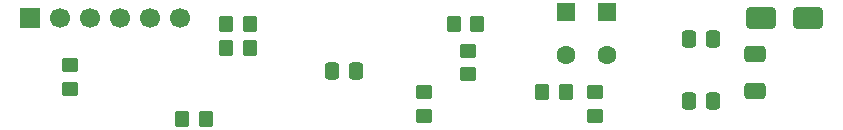
<source format=gbr>
%TF.GenerationSoftware,KiCad,Pcbnew,9.0.3*%
%TF.CreationDate,2025-12-06T16:05:57+01:00*%
%TF.ProjectId,arduinoController,61726475-696e-46f4-936f-6e74726f6c6c,rev?*%
%TF.SameCoordinates,Original*%
%TF.FileFunction,Soldermask,Bot*%
%TF.FilePolarity,Negative*%
%FSLAX46Y46*%
G04 Gerber Fmt 4.6, Leading zero omitted, Abs format (unit mm)*
G04 Created by KiCad (PCBNEW 9.0.3) date 2025-12-06 16:05:57*
%MOMM*%
%LPD*%
G01*
G04 APERTURE LIST*
G04 Aperture macros list*
%AMRoundRect*
0 Rectangle with rounded corners*
0 $1 Rounding radius*
0 $2 $3 $4 $5 $6 $7 $8 $9 X,Y pos of 4 corners*
0 Add a 4 corners polygon primitive as box body*
4,1,4,$2,$3,$4,$5,$6,$7,$8,$9,$2,$3,0*
0 Add four circle primitives for the rounded corners*
1,1,$1+$1,$2,$3*
1,1,$1+$1,$4,$5*
1,1,$1+$1,$6,$7*
1,1,$1+$1,$8,$9*
0 Add four rect primitives between the rounded corners*
20,1,$1+$1,$2,$3,$4,$5,0*
20,1,$1+$1,$4,$5,$6,$7,0*
20,1,$1+$1,$6,$7,$8,$9,0*
20,1,$1+$1,$8,$9,$2,$3,0*%
G04 Aperture macros list end*
%ADD10C,1.600000*%
%ADD11RoundRect,0.250000X-0.550000X0.550000X-0.550000X-0.550000X0.550000X-0.550000X0.550000X0.550000X0*%
%ADD12RoundRect,0.250000X-0.450000X0.350000X-0.450000X-0.350000X0.450000X-0.350000X0.450000X0.350000X0*%
%ADD13RoundRect,0.250000X-0.350000X-0.450000X0.350000X-0.450000X0.350000X0.450000X-0.350000X0.450000X0*%
%ADD14R,1.700000X1.700000*%
%ADD15C,1.700000*%
%ADD16RoundRect,0.250000X-1.000000X-0.650000X1.000000X-0.650000X1.000000X0.650000X-1.000000X0.650000X0*%
%ADD17RoundRect,0.250000X0.337500X0.475000X-0.337500X0.475000X-0.337500X-0.475000X0.337500X-0.475000X0*%
%ADD18RoundRect,0.250000X-0.337500X-0.475000X0.337500X-0.475000X0.337500X0.475000X-0.337500X0.475000X0*%
%ADD19RoundRect,0.250000X0.450000X-0.350000X0.450000X0.350000X-0.450000X0.350000X-0.450000X-0.350000X0*%
%ADD20RoundRect,0.250000X-0.650000X0.412500X-0.650000X-0.412500X0.650000X-0.412500X0.650000X0.412500X0*%
G04 APERTURE END LIST*
D10*
%TO.C,J5*%
X190750000Y-84850000D03*
D11*
X190750000Y-81250000D03*
%TD*%
D10*
%TO.C,J6*%
X187250000Y-84850000D03*
D11*
X187250000Y-81250000D03*
%TD*%
D12*
%TO.C,R6*%
X189750000Y-90000000D03*
X189750000Y-88000000D03*
%TD*%
D13*
%TO.C,R4*%
X187250000Y-88000000D03*
X185250000Y-88000000D03*
%TD*%
D14*
%TO.C,J7*%
X141900000Y-81750000D03*
D15*
X144440000Y-81750000D03*
X146980000Y-81750000D03*
X149520000Y-81750000D03*
X152060000Y-81750000D03*
X154600000Y-81750000D03*
%TD*%
D13*
%TO.C,R5*%
X177750000Y-82250000D03*
X179750000Y-82250000D03*
%TD*%
%TO.C,R1*%
X158500000Y-82250000D03*
X160500000Y-82250000D03*
%TD*%
D16*
%TO.C,D5*%
X203750000Y-81750000D03*
X207750000Y-81750000D03*
%TD*%
D13*
%TO.C,R9*%
X154750000Y-90250000D03*
X156750000Y-90250000D03*
%TD*%
D12*
%TO.C,R3*%
X145250000Y-85750000D03*
X145250000Y-87750000D03*
%TD*%
D17*
%TO.C,C4*%
X169500000Y-86250000D03*
X167425000Y-86250000D03*
%TD*%
D12*
%TO.C,R7*%
X179000000Y-84500000D03*
X179000000Y-86500000D03*
%TD*%
D18*
%TO.C,C2*%
X197675000Y-83500000D03*
X199750000Y-83500000D03*
%TD*%
D19*
%TO.C,R8*%
X175250000Y-90000000D03*
X175250000Y-88000000D03*
%TD*%
D20*
%TO.C,C1*%
X203250000Y-84750000D03*
X203250000Y-87875000D03*
%TD*%
D13*
%TO.C,R2*%
X158500000Y-84250000D03*
X160500000Y-84250000D03*
%TD*%
D18*
%TO.C,C3*%
X197675000Y-88750000D03*
X199750000Y-88750000D03*
%TD*%
M02*

</source>
